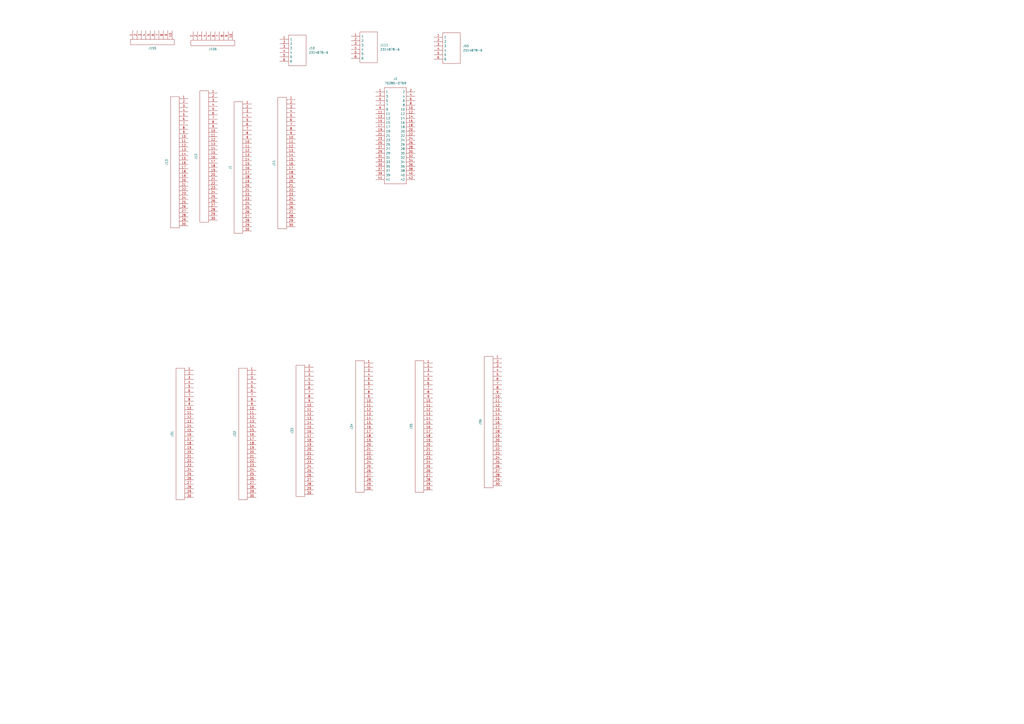
<source format=kicad_sch>
(kicad_sch (version 20211123) (generator eeschema)
  (paper "A2")
  (lib_symbols
    (symbol "SamacSys_Parts:2314878-6" (pin_names (offset 0.762))
      (property "Reference" "J" (at 16.51 7.62 0))
      (property "Value" "2314878-6" (at 16.51 5.08 0))
      (symbol "2314878-6_0_0"
        (pin passive line (at 0 0 0) (length 5.08) (name "1") (number "1"))
        (pin passive line (at 0 -2.54 0) (length 5.08) (name "2") (number "2"))
        (pin passive line (at 0 -5.08 0) (length 5.08) (name "3") (number "3"))
        (pin passive line (at 0 -7.62 0) (length 5.08) (name "4") (number "4"))
        (pin passive line (at 0 -10.16 0) (length 5.08) (name "5") (number "5"))
        (pin passive line (at 0 -12.7 0) (length 5.08) (name "6") (number "6"))
      )
      (symbol "2314878-6_0_1"
        (polyline (pts (xy 5.08 2.54) (xy 15.24 2.54) (xy 15.24 -15.24) (xy 5.08 -15.24) (xy 5.08 2.54)) (stroke (width 0.1524)))
      )
    )
    (symbol "USIB2:70280-0769" (pin_names (offset 0.762))
      (property "Reference" "J" (at 19.05 7.62 0))
      (property "Value" "70280-0769" (at 19.05 5.08 0))
      (symbol "70280-0769_0_0"
        (pin passive line (at 0 0 0) (length 5.08) (name "1") (number "1"))
        (pin passive line (at 22.86 -10.16 180) (length 5.08) (name "10") (number "10"))
        (pin passive line (at 0 -12.7 0) (length 5.08) (name "11") (number "11"))
        (pin passive line (at 22.86 -12.7 180) (length 5.08) (name "12") (number "12"))
        (pin passive line (at 0 -15.24 0) (length 5.08) (name "13") (number "13"))
        (pin passive line (at 22.86 -15.24 180) (length 5.08) (name "14") (number "14"))
        (pin passive line (at 0 -17.78 0) (length 5.08) (name "15") (number "15"))
        (pin passive line (at 22.86 -17.78 180) (length 5.08) (name "16") (number "16"))
        (pin passive line (at 0 -20.32 0) (length 5.08) (name "17") (number "17"))
        (pin passive line (at 22.86 -20.32 180) (length 5.08) (name "18") (number "18"))
        (pin passive line (at 0 -22.86 0) (length 5.08) (name "19") (number "19"))
        (pin passive line (at 22.86 0 180) (length 5.08) (name "2") (number "2"))
        (pin passive line (at 22.86 -22.86 180) (length 5.08) (name "20") (number "20"))
        (pin passive line (at 0 -25.4 0) (length 5.08) (name "21") (number "21"))
        (pin passive line (at 22.86 -25.4 180) (length 5.08) (name "22") (number "22"))
        (pin passive line (at 0 -27.94 0) (length 5.08) (name "23") (number "23"))
        (pin passive line (at 22.86 -27.94 180) (length 5.08) (name "24") (number "24"))
        (pin passive line (at 0 -30.48 0) (length 5.08) (name "25") (number "25"))
        (pin passive line (at 22.86 -30.48 180) (length 5.08) (name "26") (number "26"))
        (pin passive line (at 0 -33.02 0) (length 5.08) (name "27") (number "27"))
        (pin passive line (at 22.86 -33.02 180) (length 5.08) (name "28") (number "28"))
        (pin passive line (at 0 -35.56 0) (length 5.08) (name "29") (number "29"))
        (pin passive line (at 0 -2.54 0) (length 5.08) (name "3") (number "3"))
        (pin passive line (at 22.86 -35.56 180) (length 5.08) (name "30") (number "30"))
        (pin passive line (at 0 -38.1 0) (length 5.08) (name "31") (number "31"))
        (pin passive line (at 22.86 -38.1 180) (length 5.08) (name "32") (number "32"))
        (pin passive line (at 0 -40.64 0) (length 5.08) (name "33") (number "33"))
        (pin passive line (at 22.86 -40.64 180) (length 5.08) (name "34") (number "34"))
        (pin passive line (at 0 -43.18 0) (length 5.08) (name "35") (number "35"))
        (pin passive line (at 22.86 -43.18 180) (length 5.08) (name "36") (number "36"))
        (pin passive line (at 0 -45.72 0) (length 5.08) (name "37") (number "37"))
        (pin passive line (at 22.86 -45.72 180) (length 5.08) (name "38") (number "38"))
        (pin passive line (at 0 -48.26 0) (length 5.08) (name "39") (number "39"))
        (pin passive line (at 22.86 -2.54 180) (length 5.08) (name "4") (number "4"))
        (pin passive line (at 22.86 -48.26 180) (length 5.08) (name "40") (number "40"))
        (pin passive line (at 0 -50.8 0) (length 5.08) (name "41") (number "41"))
        (pin passive line (at 22.86 -50.8 180) (length 5.08) (name "42") (number "42"))
        (pin passive line (at 0 -5.08 0) (length 5.08) (name "5") (number "5"))
        (pin passive line (at 22.86 -5.08 180) (length 5.08) (name "6") (number "6"))
        (pin passive line (at 0 -7.62 0) (length 5.08) (name "7") (number "7"))
        (pin passive line (at 22.86 -7.62 180) (length 5.08) (name "8") (number "8"))
        (pin passive line (at 0 -10.16 0) (length 5.08) (name "9") (number "9"))
      )
      (symbol "70280-0769_0_1"
        (polyline (pts (xy 5.08 2.54) (xy 17.78 2.54) (xy 17.78 -53.34) (xy 5.08 -53.34) (xy 5.08 2.54)) (stroke (width 0.1524)))
      )
    )
    (symbol "USIB2:MB_10P_2mm"
      (property "Reference" "J*" (at -14.605 -1.905 0))
      (symbol "MB_10P_2mm_0_1"
        (rectangle (start -12.7 0) (end 12.7 -3.175))
      )
      (symbol "MB_10P_2mm_1_1"
        (pin passive line (at -11.43 5.08 270) (length 5) (name "") (number "1"))
        (pin passive line (at 11.43 5.08 270) (length 5) (name "") (number "10"))
        (pin passive line (at -8.89 5.08 270) (length 5) (name "") (number "2"))
        (pin passive line (at -6.35 5.08 270) (length 5) (name "") (number "3"))
        (pin passive line (at -3.81 5.08 270) (length 5) (name "") (number "4"))
        (pin passive line (at -1.27 5.08 270) (length 5) (name "") (number "5"))
        (pin passive line (at 1.27 5.08 270) (length 5) (name "") (number "6"))
        (pin passive line (at 3.81 5.08 270) (length 5) (name "") (number "7"))
        (pin passive line (at 6.35 5.08 270) (length 5) (name "") (number "8"))
        (pin passive line (at 8.89 5.08 270) (length 5) (name "") (number "9"))
      )
    )
    (symbol "USIB2:MB_30P_2mm"
      (property "Reference" "J*" (at -41.91 -3.175 0))
      (symbol "MB_30P_2mm_0_1"
        (rectangle (start -38.1 0) (end 38.1 -5.08))
      )
      (symbol "MB_30P_2mm_1_1"
        (pin passive line (at -36.83 5.08 270) (length 5) (name "") (number "1"))
        (pin passive line (at -13.97 5.08 270) (length 5) (name "") (number "10"))
        (pin passive line (at -11.43 5.08 270) (length 5) (name "") (number "11"))
        (pin passive line (at -8.89 5.08 270) (length 5) (name "") (number "12"))
        (pin passive line (at -6.35 5.08 270) (length 5) (name "") (number "13"))
        (pin passive line (at -3.81 5.08 270) (length 5) (name "") (number "14"))
        (pin passive line (at -1.27 5.08 270) (length 5) (name "") (number "15"))
        (pin passive line (at 1.27 5.08 270) (length 5) (name "") (number "16"))
        (pin passive line (at 3.81 5.08 270) (length 5) (name "") (number "17"))
        (pin passive line (at 6.35 5.08 270) (length 5) (name "") (number "18"))
        (pin passive line (at 8.89 5.08 270) (length 5) (name "") (number "19"))
        (pin passive line (at -34.29 5.08 270) (length 5) (name "") (number "2"))
        (pin passive line (at 11.43 5.08 270) (length 5) (name "") (number "20"))
        (pin passive line (at 13.97 5.08 270) (length 5) (name "") (number "21"))
        (pin passive line (at 16.51 5.08 270) (length 5) (name "") (number "22"))
        (pin passive line (at 19.05 5.08 270) (length 5) (name "") (number "23"))
        (pin passive line (at 21.59 5.08 270) (length 5) (name "") (number "24"))
        (pin passive line (at 24.13 5.08 270) (length 5) (name "") (number "25"))
        (pin passive line (at 26.67 5.08 270) (length 5) (name "") (number "26"))
        (pin passive line (at 29.21 5.08 270) (length 5) (name "") (number "27"))
        (pin passive line (at 31.75 5.08 270) (length 5) (name "") (number "28"))
        (pin passive line (at 34.29 5.08 270) (length 5) (name "") (number "29"))
        (pin passive line (at -31.75 5.08 270) (length 5) (name "") (number "3"))
        (pin passive line (at 36.83 5.08 270) (length 5) (name "") (number "30"))
        (pin passive line (at -29.21 5.08 270) (length 5) (name "") (number "4"))
        (pin passive line (at -26.67 5.08 270) (length 5) (name "") (number "5"))
        (pin passive line (at -24.13 5.08 270) (length 5) (name "") (number "6"))
        (pin passive line (at -21.59 5.08 270) (length 5) (name "") (number "7"))
        (pin passive line (at -19.05 5.08 270) (length 5) (name "") (number "8"))
        (pin passive line (at -16.51 5.08 270) (length 5) (name "") (number "9"))
      )
    )
  )
  (symbol (lib_id "USIB2:MB_30P_2mm") (at 176.784 249.936 270) (unit 1)
    (property "Reference" "J33" (at 169.418 249.936 0))
    (property "Value" "MB_30P_2mm" (effects hide))
    (property "Footprint" "USIB2:MB_30P_2mm" (effects hide))
  )
  (symbol (lib_id "USIB2:MB_30P_2mm") (at 211.328 247.396 270) (unit 1)
    (property "Reference" "J34" (at 203.962 247.396 0))
    (property "Value" "MB_30P_2mm" (effects hide))
    (property "Footprint" "USIB2:MB_30P_2mm" (effects hide))
  )
  (symbol (lib_id "USIB2:MB_10P_2mm") (at 88.392 22.86 0) (unit 1)
    (property "Reference" "J155" (at 88.392 27.94 0))
    (property "Value" "MB_10P_2mm" (effects hide))
    (property "Footprint" "USIB2:MB_10P_2mm" (effects hide))
  )
  (symbol (lib_id "SamacSys_Parts:2314878-6") (at 251.714 21.59 0) (unit 1)
    (property "Reference" "J55" (at 268.478 26.6699 0) (effects (justify left)))
    (property "Value" "2314878-6" (at 268.478 29.2099 0) (effects (justify left)))
    (property "Footprint" "RHDR6W40P0X200_1X6_1200X210X450P" (effects hide))
    (property "Datasheet" "https://www.mouser.de/ProductDetail/TE-Connectivity/2314878-6?qs=P1JMDcb91o5swMgljHKMGQ%3D%3D" (effects hide))
    (property "Description" "Board to Board & Mezzanine Connectors 6P,2MM,B-B,REC,SRVT, 2.7,0.76AU,TB" (effects hide))
    (property "Height" "4.5" (effects hide))
    (property "Manufacturer_Name" "TE Connectivity" (effects hide))
    (property "Manufacturer_Part_Number" "2314878-6" (effects hide))
    (property "Mouser Part Number" "571-2314878-6" (effects hide))
    (property "Mouser Price/Stock" "https://www.mouser.co.uk/ProductDetail/TE-Connectivity/2314878-6?qs=P1JMDcb91o5swMgljHKMGQ%3D%3D" (effects hide))
    (property "Arrow Part Number" "2314878-6" (effects hide))
    (property "Arrow Price/Stock" "https://www.arrow.com/en/products/2314878-6/te-connectivity" (effects hide))
  )
  (symbol (lib_id "USIB2:MB_30P_2mm") (at 166.243 94.615 270) (unit 1)
    (property "Reference" "J11" (at 158.877 94.615 0))
    (property "Value" "MB_30P_2mm" (effects hide))
    (property "Footprint" "USIB2:MB_30P_2mm" (effects hide))
  )
  (symbol (lib_id "USIB2:MB_30P_2mm") (at 121.031 90.805 270) (unit 1)
    (property "Reference" "J12" (at 113.665 90.805 0))
    (property "Value" "MB_30P_2mm" (effects hide))
    (property "Footprint" "USIB2:MB_30P_2mm" (effects hide))
  )
  (symbol (lib_id "USIB2:70280-0769") (at 217.932 53.34 0) (unit 1)
    (property "Reference" "J2" (at 229.362 45.72 0))
    (property "Value" "70280-0769" (at 229.362 48.26 0))
    (property "Footprint" "USIB2:HDRV42W38P254_2X21_5347X508X1067P" (effects hide))
    (property "Datasheet" "https://www.mouser.co.uk/datasheet/2/276/2/702800630_sd-592474.pdf" (effects hide))
    (property "Description" "Headers & Wire Housings CGrid VT Bkwy Hdr 15 SAu 42Ckt (320/185)" (effects hide))
    (property "Height" "10.67" (effects hide))
    (property "Manufacturer_Name" "Molex" (effects hide))
    (property "Manufacturer_Part_Number" "70280-0769" (effects hide))
    (property "Mouser Part Number" "538-70280-0769" (effects hide))
    (property "Mouser Price/Stock" "https://www.mouser.co.uk/ProductDetail/Molex/70280-0769?qs=fJMuCzod2IL0DErK%2FGVJYw%3D%3D" (effects hide))
  )
  (symbol (lib_id "USIB2:MB_30P_2mm") (at 286.004 244.856 270) (unit 1)
    (property "Reference" "J36" (at 278.638 244.856 0))
    (property "Value" "MB_30P_2mm" (effects hide))
    (property "Footprint" "USIB2:MB_30P_2mm" (effects hide))
  )
  (symbol (lib_id "SamacSys_Parts:2314878-6") (at 162.306 22.86 0) (unit 1)
    (property "Reference" "J10" (at 179.07 27.9399 0) (effects (justify left)))
    (property "Value" "2314878-6" (at 179.07 30.4799 0) (effects (justify left)))
    (property "Footprint" "RHDR6W40P0X200_1X6_1200X210X450P" (effects hide))
    (property "Datasheet" "https://www.mouser.de/ProductDetail/TE-Connectivity/2314878-6?qs=P1JMDcb91o5swMgljHKMGQ%3D%3D" (effects hide))
    (property "Description" "Board to Board & Mezzanine Connectors 6P,2MM,B-B,REC,SRVT, 2.7,0.76AU,TB" (effects hide))
    (property "Height" "4.5" (effects hide))
    (property "Manufacturer_Name" "TE Connectivity" (effects hide))
    (property "Manufacturer_Part_Number" "2314878-6" (effects hide))
    (property "Mouser Part Number" "571-2314878-6" (effects hide))
    (property "Mouser Price/Stock" "https://www.mouser.co.uk/ProductDetail/TE-Connectivity/2314878-6?qs=P1JMDcb91o5swMgljHKMGQ%3D%3D" (effects hide))
    (property "Arrow Part Number" "2314878-6" (effects hide))
    (property "Arrow Price/Stock" "https://www.arrow.com/en/products/2314878-6/te-connectivity" (effects hide))
  )
  (symbol (lib_id "USIB2:MB_10P_2mm") (at 123.444 23.368 0) (unit 1)
    (property "Reference" "J156" (at 123.444 28.448 0))
    (property "Value" "MB_10P_2mm" (effects hide))
    (property "Footprint" "USIB2:MB_10P_2mm" (effects hide))
  )
  (symbol (lib_id "USIB2:MB_30P_2mm") (at 140.843 97.155 270) (unit 1)
    (property "Reference" "J1" (at 133.477 97.155 0))
    (property "Value" "MB_30P_2mm" (effects hide))
    (property "Footprint" "USIB2:MB_30P_2mm" (effects hide))
  )
  (symbol (lib_id "USIB2:MB_30P_2mm") (at 245.872 247.396 270) (unit 1)
    (property "Reference" "J35" (at 238.506 247.396 0))
    (property "Value" "MB_30P_2mm" (effects hide))
    (property "Footprint" "USIB2:MB_30P_2mm" (effects hide))
  )
  (symbol (lib_id "USIB2:MB_30P_2mm") (at 143.51 251.714 270) (unit 1)
    (property "Reference" "J32" (at 136.144 251.714 0))
    (property "Value" "MB_30P_2mm" (effects hide))
    (property "Footprint" "USIB2:MB_30P_2mm" (effects hide))
  )
  (symbol (lib_id "USIB2:MB_30P_2mm") (at 104.013 94.107 270) (unit 1)
    (property "Reference" "J13" (at 96.647 94.107 0))
    (property "Value" "MB_30P_2mm" (effects hide))
    (property "Footprint" "USIB2:MB_30P_2mm" (effects hide))
  )
  (symbol (lib_id "USIB2:MB_30P_2mm") (at 107.188 251.714 270) (unit 1)
    (property "Reference" "J31" (at 99.822 251.714 0))
    (property "Value" "MB_30P_2mm" (effects hide))
    (property "Footprint" "USIB2:MB_30P_2mm" (effects hide))
  )
  (symbol (lib_id "SamacSys_Parts:2314878-6") (at 203.708 21.082 0) (unit 1)
    (property "Reference" "J111" (at 220.472 26.1619 0) (effects (justify left)))
    (property "Value" "2314878-6" (at 220.472 28.7019 0) (effects (justify left)))
    (property "Footprint" "RHDR6W40P0X200_1X6_1200X210X450P" (effects hide))
    (property "Datasheet" "https://www.mouser.de/ProductDetail/TE-Connectivity/2314878-6?qs=P1JMDcb91o5swMgljHKMGQ%3D%3D" (effects hide))
    (property "Description" "Board to Board & Mezzanine Connectors 6P,2MM,B-B,REC,SRVT, 2.7,0.76AU,TB" (effects hide))
    (property "Height" "4.5" (effects hide))
    (property "Manufacturer_Name" "TE Connectivity" (effects hide))
    (property "Manufacturer_Part_Number" "2314878-6" (effects hide))
    (property "Mouser Part Number" "571-2314878-6" (effects hide))
    (property "Mouser Price/Stock" "https://www.mouser.co.uk/ProductDetail/TE-Connectivity/2314878-6?qs=P1JMDcb91o5swMgljHKMGQ%3D%3D" (effects hide))
    (property "Arrow Part Number" "2314878-6" (effects hide))
    (property "Arrow Price/Stock" "https://www.arrow.com/en/products/2314878-6/te-connectivity" (effects hide))
  )
)
</source>
